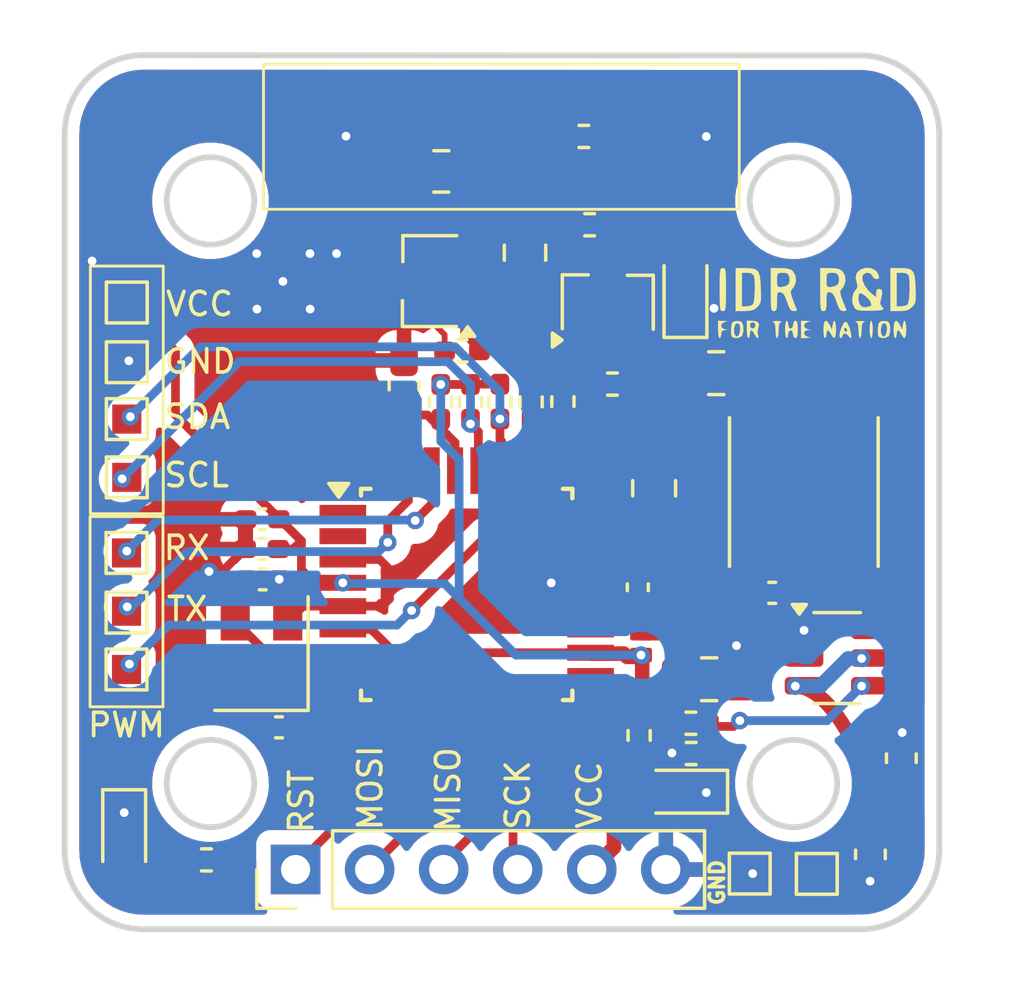
<source format=kicad_pcb>
(kicad_pcb (version 20241229) (generator "pcbnew") (generator_version "9.0")
  (layers (0 "F.Cu" signal) (2 "B.Cu" signal) (13 "F.Paste" user) (15 "B.Paste" user) (5 "F.SilkS" user "F.Silkscreen") (7 "B.SilkS" user "B.Silkscreen") (1 "F.Mask" user) (3 "B.Mask" user) (25 "Edge.Cuts" user))
  (net 0 "")
  (net 1 "GND")
  (net 2 "5V")
  (net 3 "/AREF1")
  (net 4 "/RST_1")
  (net 5 "+VDC")
  (net 6 "Net-(D1-A)")
  (net 7 "Net-(Q1-S)")
  (net 8 "ARM")
  (net 9 "MISO")
  (net 10 "MOSI")
  (net 11 "LED")
  (net 12 "FIRE")
  (net 13 "RESET")
  (net 14 "SCK")
  (net 15 "A0")
  (net 16 "Net-(U1-VBST)")
  (net 17 "Net-(U1-SW)")
  (net 18 "Net-(U2-XTAL1{slash}PB6)")
  (net 19 "Net-(U2-XTAL2{slash}PB7)")
  (net 20 "Net-(D4-A)")
  (net 21 "Net-(D5-A)")
  (net 22 "Net-(Q2-D)")
  (net 23 "Net-(Q2-G)")
  (net 24 "Net-(Q1-G)")
  (net 25 "Net-(U1-VFB)")
  (net 36 "SCL")
  (net 37 "RX")
  (net 38 "TX")
  (net 39 "SDA")
  (net 40 "VCC")
  (net 41 "Net-(J4-Pin_1)")
  (footprint "Capacitor_SMD:C_0402_1005Metric_Pad0.74x0.62mm_HandSolder" (layer "F.Cu") (at 106.76 116.95 180)
    (property "Reference" "C5" (hide yes))
    (property "Value" "1uF")
  )
  (footprint "Package_QFP:TQFP-32_7x7mm_P0.8mm" (layer "F.Cu") (at 113.79 118.51)
    (property "Reference" "U2" (hide yes))
    (property "Value" "ATmega328P-A")
  )
  (footprint "Capacitor_SMD:C_0402_1005Metric_Pad0.74x0.62mm_HandSolder" (layer "F.Cu") (at 119.66 118.2625 90)
    (property "Reference" "C6" (hide yes))
    (property "Value" "0.1uF")
  )
  (footprint "TestPoint:TestPoint_Pad_1.0x1.0mm" (layer "F.Cu") (at 125.8 128.1)
    (property "Reference" "TP3" (hide yes))
    (property "Value" "TestPoint")
  )
  (footprint "TestPoint:TestPoint_Pad_1.0x1.0mm" (layer "F.Cu") (at 123.5 128.09)
    (property "Reference" "TP4" (hide yes))
    (property "Value" "TestPoint")
  )
  (footprint "Capacitor_SMD:C_0603_1608Metric_Pad1.08x0.95mm_HandSolder" (layer "F.Cu") (at 127.64 127.43 -90)
    (property "Reference" "C3" (hide yes))
    (property "Value" "10uF")
  )
  (footprint "Capacitor_SMD:C_0603_1608Metric_Pad1.08x0.95mm_HandSolder" (layer "F.Cu") (at 111.64 111.34 90)
    (property "Reference" "C10" (hide yes))
    (property "Value" "10uF")
  )
  (footprint "Capacitor_SMD:C_0402_1005Metric_Pad0.74x0.62mm_HandSolder" (layer "F.Cu") (at 107.35 123.07 180)
    (property "Reference" "C12" (hide yes))
    (property "Value" "22pF")
  )
  (footprint "Capacitor_SMD:C_0402_1005Metric_Pad0.74x0.62mm_HandSolder" (layer "F.Cu") (at 106.7775 115.93 180)
    (property "Reference" "C7" (hide yes))
    (property "Value" "0.1uF")
  )
  (footprint "Capacitor_SMD:C_0805_2012Metric_Pad1.18x1.45mm_HandSolder" (layer "F.Cu") (at 122.35 110.915 180)
    (property "Reference" "C1" (hide yes))
    (property "Value" "22uF")
  )
  (footprint "Package_TO_SOT_SMD:SOT-23-6" (layer "F.Cu") (at 126.5 120.6925)
    (property "Reference" "U1" (hide yes))
    (property "Value" "TPS562200")
  )
  (footprint "Inductor_SMD:L_Taiyo-Yuden_NR-50xx" (layer "F.Cu") (at 125.355 114.995 90)
    (property "Reference" "L1" (hide yes))
    (property "Value" "4.7H")
  )
  (footprint "Fuse:Fuse_0805_2012Metric" (layer "F.Cu") (at 112.92 103.99 180)
    (property "Reference" "F1" (hide yes))
    (property "Value" "200ma")
  )
  (footprint "LED_SMD:LED_0603_1608Metric_Pad1.05x0.95mm_HandSolder" (layer "F.Cu") (at 102.04 126.8725 -90)
    (property "Reference" "D4" (hide yes))
    (property "Value" "LED")
  )
  (footprint "my_foots:PMOS_sot-23" (layer "F.Cu") (at 124.26 108.78 90)
    (property "Reference" "Q2" (hide yes))
    (property "Value" "PMOS" (hide yes))
  )
  (footprint "Capacitor_SMD:C_0402_1005Metric_Pad0.74x0.62mm_HandSolder" (layer "F.Cu") (at 106.7925 117.99)
    (property "Reference" "C11" (hide yes))
    (property "Value" "22pF")
  )
  (footprint "my_foots:Connector_01x04" (layer "F.Cu") (at 102.53 113.14 180)
    (property "Reference" "J1" (hide yes))
    (property "Value" "Conn_01x04" (hide yes))
  )
  (footprint "Capacitor_SMD:C_0805_2012Metric_Pad1.18x1.45mm_HandSolder" (layer "F.Cu") (at 122.11 121.42)
    (property "Reference" "C9" (hide yes))
    (property "Value" "22uF")
  )
  (footprint "Resistor_SMD:R_0402_1005Metric_Pad0.72x0.64mm_HandSolder" (layer "F.Cu") (at 119.705 123.35 -90)
    (property "Reference" "R11" (hide yes))
    (property "Value" "330R")
  )
  (footprint "Fuse:Fuse_0805_2012Metric" (layer "F.Cu") (at 115.79 106.78 -90)
    (property "Reference" "F2" (hide yes))
    (property "Value" "1amp")
  )
  (footprint "Resistor_SMD:R_0402_1005Metric_Pad0.72x0.64mm_HandSolder" (layer "F.Cu") (at 112.9 111.9 -90)
    (property "Reference" "R8" (hide yes))
    (property "Value" "10K")
  )
  (footprint "Resistor_SMD:R_0402_1005Metric_Pad0.72x0.64mm_HandSolder" (layer "F.Cu") (at 118.0075 105.82)
    (property "Reference" "R9" (hide yes))
    (property "Value" "330R")
  )
  (footprint "Resistor_SMD:R_0402_1005Metric_Pad0.72x0.64mm_HandSolder" (layer "F.Cu") (at 117.09 111.89 -90)
    (property "Reference" "R4" (hide yes))
    (property "Value" "512R")
  )
  (footprint "Resistor_SMD:R_0402_1005Metric_Pad0.72x0.64mm_HandSolder" (layer "F.Cu") (at 104.86 127.62 180)
    (property "Reference" "R10" (hide yes))
    (property "Value" "330R")
  )
  (footprint "my_foots:Detonator" (layer "F.Cu") (at 114.72 102.86)
    (property "Reference" "J4" (hide yes))
    (property "Value" "Conn_01x02")
  )
  (footprint "LED_SMD:LED_0603_1608Metric_Pad1.05x0.95mm_HandSolder" (layer "F.Cu") (at 121.08 125.28 180)
    (property "Reference" "D5" (hide yes))
    (property "Value" "LED")
  )
  (footprint "Resistor_SMD:R_0402_1005Metric_Pad0.72x0.64mm_HandSolder" (layer "F.Cu") (at 113.63 110.15)
    (property "Reference" "R2" (hide yes))
    (property "Value" "10k")
  )
  (footprint "my_foots:Connector_01x03" (layer "F.Cu") (at 104.74 122.305 180)
    (property "Reference" "J2" (hide yes))
    (property "Value" "Conn_01x03" (hide yes))
  )
  (footprint "my_foots:PMOS_sot-23" (layer "F.Cu") (at 112.825 102.125 180)
    (property "Reference" "Q1" (hide yes))
    (property "Value" "FDN304P" (hide yes))
  )
  (footprint "Resistor_SMD:R_0402_1005Metric_Pad0.72x0.64mm_HandSolder" (layer "F.Cu") (at 114.93 111.89 -90)
    (property "Reference" "R12" (hide yes))
    (property "Value" "10K")
  )
  (footprint "Resistor_SMD:R_0402_1005Metric_Pad0.72x0.64mm_HandSolder" (layer "F.Cu") (at 116 111.9 -90)
    (property "Reference" "R5" (hide yes))
    (property "Value" "512R")
  )
  (footprint "Resistor_SMD:R_0402_1005Metric_Pad0.72x0.64mm_HandSolder" (layer "F.Cu") (at 113.92 111.9 -90)
    (property "Reference" "R13" (hide yes))
    (property "Value" "10K")
  )
  (footprint "LED_SMD:LED_0603_1608Metric_Pad1.05x0.95mm_HandSolder" (layer "F.Cu") (at 121.295 108.0275 90)
    (property "Reference" "D1" (hide yes))
    (property "Value" "LED")
  )
  (footprint "Crystal:Crystal_SMD_EuroQuartz_MT-4Pin_3.2x2.5mm" (layer "F.Cu") (at 106.75 120.54 90)
    (property "Reference" "Y1" (hide yes))
    (property "Value" "16Mhz")
  )
  (footprint "Capacitor_SMD:C_0402_1005Metric_Pad0.74x0.62mm_HandSolder" (layer "F.Cu") (at 124.27 118.455)
    (property "Reference" "C4" (hide yes))
    (property "Value" "100nF")
  )
  (footprint "Resistor_SMD:R_0402_1005Metric_Pad0.72x0.64mm_HandSolder" (layer "F.Cu") (at 118.79 111.29)
    (property "Reference" "R3" (hide yes))
    (property "Value" "10k")
  )
  (footprint "Connector_PinHeader_2.54mm:PinHeader_1x06_P2.54mm_Vertical" (layer "F.Cu") (at 107.92 127.95 90)
    (property "Reference" "J3" (hide yes))
    (property "Value" "Conn_01x06")
  )
  (footprint "Resistor_SMD:R_0402_1005Metric_Pad0.72x0.64mm_HandSolder" (layer "F.Cu") (at 117.81 102.79 180)
    (property "Reference" "R1" (hide yes))
    (property "Value" "10R")
  )
  (footprint "Capacitor_SMD:C_0603_1608Metric_Pad1.08x0.95mm_HandSolder" (layer "F.Cu") (at 128.7 124.13 90)
    (property "Reference" "C2" (hide yes))
    (property "Value" "10uF")
  )
  (footprint "Resistor_SMD:R_0402_1005Metric_Pad0.72x0.64mm_HandSolder" (layer "F.Cu") (at 121.48 122.93)
    (property "Reference" "R6" (hide yes))
    (property "Value" "56.2K")
  )
  (footprint "my_foots:jumper_small" (layer "F.Cu") (at 119.395 119.84 90)
    (property "Reference" "JP1" (hide yes))
    (property "Value" "SolderJumper_2_Open")
  )
  (footprint "symbols:IDR" (layer "F.Cu") (at 125.805682 108.456419)
    (property "Reference" "G***")
    (property "Value" "LOGO" (hide yes))
  )
  (footprint "Resistor_SMD:R_0402_1005Metric_Pad0.72x0.64mm_HandSolder" (layer "F.Cu") (at 121.49 123.97 180)
    (property "Reference" "R7" (hide yes))
    (property "Value" "10K")
  )
  (footprint "Capacitor_SMD:C_0805_2012Metric_Pad1.18x1.45mm_HandSolder" (layer "F.Cu") (at 120.22 114.865 -90)
    (property "Reference" "C8" (hide yes))
    (property "Value" "22uF")
  )
  (gr_curve (pts (xy 125.045 121.65) (xy 126.845 121.75) (xy 128.025 126.09) (xy 127.89 126.01)) (stroke (width 0.5)) (layer "F.Cu") (net 5))
  (gr_circle (center 105 125) (end 106.5 125) (stroke (width 0.2)) (fill no) (layer "Edge.Cuts"))
  (gr_circle (center 125 105) (end 126.5 105) (stroke (width 0.2)) (fill no) (layer "Edge.Cuts"))
  (gr_line (start 102.7 100) (end 127.269926 100.01) (stroke (width 0.2)) (layer "Edge.Cuts"))
  (gr_line (start 130 102.71) (end 130 127.279926) (stroke (width 0.2)) (layer "Edge.Cuts"))
  (gr_arc (start 127.269926 100.01) (mid 129.198536 100.790149) (end 130 102.71) (stroke (width 0.2)) (layer "Edge.Cuts"))
  (gr_arc (start 102.72 129.999999) (mid 100.79788 129.216283) (end 100 127.299999) (stroke (width 0.2)) (layer "Edge.Cuts"))
  (gr_circle (center 105 105) (end 106.5 105) (stroke (width 0.2)) (fill no) (layer "Edge.Cuts"))
  (gr_line (start 100 102.73) (end 100 127.29) (stroke (width 0.2)) (layer "Edge.Cuts"))
  (gr_line (start 102.72 130) (end 127.29 130) (stroke (width 0.2)) (layer "Edge.Cuts"))
  (gr_arc (start 100 102.720074) (mid 100.783701 100.797917) (end 102.7 100) (stroke (width 0.2)) (layer "Edge.Cuts"))
  (gr_circle (center 125 125) (end 126.5 125) (stroke (width 0.2)) (fill no) (layer "Edge.Cuts"))
  (gr_arc (start 130 127.279926) (mid 129.211299 129.204164) (end 127.29 130) (stroke (width 0.2)) (layer "Edge.Cuts"))
  (gr_text "VCC\n" (at 118.47 126.62 90) (layer "F.SilkS") (effects (font (size 0.8 0.8) (thickness 0.125) (bold yes)) (justify left bottom)))
  (gr_text "SCK\n" (at 116.01 126.66 90) (layer "F.SilkS") (effects (font (size 0.8 0.8) (thickness 0.125) (bold yes)) (justify left bottom)))
  (gr_text "MOSI\n" (at 110.95 126.68 90) (layer "F.SilkS") (effects (font (size 0.8 0.8) (thickness 0.125) (bold yes)) (justify left bottom)))
  (gr_text "SCL\n" (at 103.34 114.88 0) (layer "F.SilkS") (effects (font (size 0.8 0.8) (thickness 0.125) (bold yes)) (justify left bottom)))
  (gr_text "TX\n" (at 103.43 119.48 0) (layer "F.SilkS") (effects (font (size 0.8 0.8) (thickness 0.125) (bold yes)) (justify left bottom)))
  (gr_text "PWM\n" (at 100.72 123.46 0) (layer "F.SilkS") (effects (font (size 0.8 0.8) (thickness 0.125) (bold yes)) (justify left bottom)))
  (gr_text "MISO\n" (at 113.62 126.74 90) (layer "F.SilkS") (effects (font (size 0.8 0.8) (thickness 0.125) (bold yes)) (justify left bottom)))
  (gr_text "VCC\n" (at 103.4 109.01 0) (layer "F.SilkS") (effects (font (size 0.8 0.8) (thickness 0.125) (bold yes)) (justify left bottom)))
  (gr_text "GND\n" (at 103.34 110.98 0) (layer "F.SilkS") (effects (font (size 0.8 0.8) (thickness 0.125) (bold yes)) (justify left bottom)))
  (gr_text "RST\n" (at 108.58 126.78 90) (layer "F.SilkS") (effects (font (size 0.8 0.8) (thickness 0.125) (bold yes)) (justify left bottom)))
  (gr_text "GND\n" (at 122.67 129.24 90) (layer "F.SilkS") (effects (font (size 0.5 0.5) (thickness 0.125) (bold yes)) (justify left bottom)))
  (gr_text "RX\n" (at 103.32 117.38 0) (layer "F.SilkS") (effects (font (size 0.8 0.8) (thickness 0.125) (bold yes)) (justify left bottom)))
  (gr_text "SDA" (at 103.34 112.88 0) (layer "F.SilkS") (effects (font (size 0.8 0.8) (thickness 0.125) (bold yes)) (justify left bottom)))
  (segment (start 102.13 110.49) (end 102.2 110.49) (width 0.3) (layer "F.Cu") (net 1))
  (segment (start 100.94 109.66) (end 100.94 107.065) (width 0.2) (layer "F.Cu") (net 1))
  (segment (start 105.4225 117.72) (end 105.5065 117.636) (width 0.3) (layer "F.Cu") (net 1))
  (segment (start 101.77 110.49) (end 100.94 109.66) (width 0.2) (layer "F.Cu") (net 1))
  (segment (start 107.65 119.44) (end 107.65 118.28) (width 0.3) (layer "F.Cu") (net 1))
  (segment (start 105.798612 117.329) (end 105.8135 117.329) (width 0.3) (layer "F.Cu") (net 1))
  (segment (start 108.18 118.91) (end 109.54 118.91) (width 0.3) (layer "F.Cu") (net 1))
  (segment (start 110.8 117.31) (end 111.14 117.65) (width 0.3) (layer "F.Cu") (net 1))
  (segment (start 127.64 128.34) (end 127.63 128.35) (width 1) (layer "F.Cu") (net 1))
  (segment (start 109.54 117.31) (end 110.8 117.31) (width 0.3) (layer "F.Cu") (net 1))
  (segment (start 102.2 110.49) (end 101.77 110.49) (width 0.2) (layer "F.Cu") (net 1))
  (segment (start 121.67 104.3) (end 121.57 104.4) (width 0.3) (layer "F.Cu") (net 1))
  (segment (start 111.14 117.65) (end 111.14 118.66) (width 0.3) (layer "F.Cu") (net 1))
  (segment (start 122.26 102.81) (end 122.39 102.68) (width 0.3) (layer "F.Cu") (net 1))
  (segment (start 119.08 118.11) (end 119.495 117.695) (width 0.5) (layer "F.Cu") (net 1))
  (segment (start 120.22 115.9025) (end 120.22 117.135) (width 0.5) (layer "F.Cu") (net 1))
  (segment (start 109.54 118.91) (end 110.89 118.91) (width 0.3) (layer "F.Cu") (net 1))
  (segment (start 105.85 122.37) (end 105.85 121.64) (width 0.5) (layer "F.Cu") (net 1))
  (segment (start 121.98 125.28) (end 122.01 125.31) (width 0.3) (layer "F.Cu") (net 1))
  (segment (start 105.5065 117.636) (end 105.5065 117.621112) (width 0.3) (layer "F.Cu") (net 1))
  (segment (start 111.9675 110.15) (end 111.64 110.4775) (width 0.2) (layer "F.Cu") (net 1))
  (segment (start 113.0325 110.15) (end 113.0325 109.5925) (width 0.2) (layer "F.Cu") (net 1))
  (segment (start 104.95 117.72) (end 105.4225 117.72) (width 0.3) (layer "F.Cu") (net 1))
  (segment (start 121.57 104.4) (end 118.38 104.4) (width 0.3) (layer "F.Cu") (net 1))
  (segment (start 106.55 123.07) (end 105.85 122.37) (width 0.5) (layer "F.Cu") (net 1))
  (segment (start 106.7825 123.07) (end 106.55 123.07) (width 0.5) (layer "F.Cu") (net 1))
  (segment (start 121.86 102.81) (end 122.26 102.81) (width 0.3) (layer "F.Cu") (net 1))
  (segment (start 121.67 102.78) (end 121.67 104.3) (width 0.3) (layer "F.Cu") (net 1))
  (segment (start 116.69 118.11) (end 118.04 118.11) (width 0.3) (layer "F.Cu") (net 1))
  (segment (start 119.495 117.695) (end 119.66 117.695) (width 0.5) (layer "F.Cu") (net 1))
  (segment (start 121.83 102.78) (end 121.86 102.81) (width 0.3) (layer "F.Cu") (net 1))
  (segment (start 123.1475 120.3675) (end 123.045 120.265) (width 0.5) (layer "F.Cu") (net 1))
  (segment (start 118.38 104.4) (end 118.29 104.31) (width 0.3) (layer "F.Cu") (net 1))
  (segment (start 105.8135 117.329) (end 106.1925 116.95) (width 0.3) (layer "F.Cu") (net 1))
  (segment (start 123.64 128.05) (end 123.87 128.05) (width 0.5) (layer "F.Cu") (net 1))
  (segment (start 120.22 117.135) (end 119.66 117.695) (width 0.5) (layer "F.Cu") (net 1))
  (segment (start 123.6 128.09) (end 123.64 128.05) (width 0.5) (layer "F.Cu") (net 1))
  (segment (start 123.1475 121.42) (end 123.1475 120.3675) (width 0.5) (layer "F.Cu") (net 1))
  (segment (start 127.64 128.2925) (end 127.64 128.34) (width 1) (layer "F.Cu") (net 1))
  (segment (start 111.14 118.66) (end 110.89 118.91) (width 0.3) (layer "F.Cu") (net 1))
  (segment (start 121.295 108.9025) (end 122.0625 108.9025) (width 0.5) (layer "F.Cu") (net 1))
  (segment (start 123.1475 121.42) (end 123.11 121.42) (width 0.5) (layer "F.Cu") (net 1))
  (segment (start 128.7125 123.2675) (end 128.73 123.25) (width 0.3) (layer "F.Cu") (net 1))
  (segment (start 105.5065 117.621112) (end 105.798612 117.329) (width 0.3) (layer "F.Cu") (net 1))
  (segment (start 113.0325 109.5925) (end 111.24 107.8) (width 0.2) (layer "F.Cu") (net 1))
  (segment (start 107.65 119.44) (end 108.18 118.91) (width 0.3) (layer "F.Cu") (net 1))
  (segment (start 107.65 118.28) (end 107.36 117.99) (width 0.3) (layer "F.Cu") (net 1))
  (segment (start 122.0625 108.9025) (end 122.275 108.69) (width 0.5) (layer "F.Cu") (net 1))
  (segment (start 118.29 104.31) (end 118.29 103.88) (width 0.3) (layer "F.Cu") (net 1))
  (segment (start 121.955 125.28) (end 121.98 125.28) (width 0.3) (layer "F.Cu") (net 1))
  (segment (start 121.76 101.29) (end 121.67 101.38) (width 0.3) (layer "F.Cu") (net 1))
  (segment (start 109.65 102.78) (end 109.7 102.73) (width 0.3) (layer "F.Cu") (net 1))
  (segment (start 121.67 102.78) (end 121.83 102.78) (width 0.3) (layer "F.Cu") (net 1))
  (segment (start 118.04 118.11) (end 119.08 118.11) (width 0.5) (layer "F.Cu") (net 1))
  (segment (start 123.11 121.42) (end 122.97 121.28) (width 0.5) (layer "F.Cu") (net 1))
  (segment (start 128.7 123.2675) (end 128.7125 123.2675) (width 0.3) (layer "F.Cu") (net 1))
  (segment (start 121.67 101.38) (end 121.67 102.78) (width 0.3) (layer "F.Cu") (net 1))
  (segment (start 109.7 102.73) (end 109.81 102.73) (width 0.3) (layer "F.Cu") (net 1))
  (via (at 116.69 118.11) (size 0.6) (drill 0.3) (layers "F.Cu" "B.Cu") (net 1))
  (via (at 106.5875 106.81) (size 0.6) (drill 0.3) (layers "F.Cu" "B.Cu") (net 1))
  (via (at 107.36 117.99) (size 0.6) (drill 0.3) (layers "F.Cu" "B.Cu") (net 1))
  (via (at 122.01 125.31) (size 0.6) (drill 0.3) (layers "F.Cu" "B.Cu") (net 1))
  (via (at 120.83 123.95) (size 0.6) (drill 0.3) (layers "F.Cu" "B.Cu") (net 1))
  (via (at 104.95 117.72) (size 0.6) (drill 0.3) (layers "F.Cu" "B.Cu") (net 1))
  (via (at 123.045 120.265) (size 0.6) (drill 0.3) (layers "F.Cu" "B.Cu") (net 1))
  (via (at 108.4125 106.81) (size 0.6) (drill 0.3) (layers "F.Cu" "B.Cu") (net 1))
  (via (at 100.94 107.065) (size 0.6) (drill 0.3) (layers "F.Cu" "B.Cu") (net 1))
  (via (at 109.325 106.81) (size 0.6) (drill 0.3) (layers "F.Cu" "B.Cu") (net 1))
  (via (at 123.6 128.09) (size 0.6) (drill 0.3) (layers "F.Cu" "B.Cu") (net 1))
  (via (at 102.2 110.49) (size 0.6) (drill 0.3) (layers "F.Cu" "B.Cu") (net 1))
  (via (at 125.3625 119.7425) (size 0.6) (drill 0.3) (layers "F.Cu" "B.Cu") (net 1))
  (via (at 108.42 108.715) (size 0.6) (drill 0.3) (layers "F.Cu" "B.Cu") (net 1))
  (via (at 122.275 108.69) (size 0.6) (drill 0.3) (layers "F.Cu" "B.Cu") (net 1))
  (via (at 122.01 102.79) (size 0.6) (drill 0.3) (layers "F.Cu" "B.Cu") (net 1))
  (via (at 107.485 107.765) (size 0.6) (drill 0.3) (layers "F.Cu" "B.Cu") (net 1))
  (via (at 109.65 102.78) (size 0.6) (drill 0.3) (layers "F.Cu" "B.Cu") (net 1))
  (via (at 128.73 123.25) (size 0.6) (drill 0.3) (layers "F.Cu" "B.Cu") (net 1))
  (via (at 106.595 108.715) (size 0.6) (drill 0.3) (layers "F.Cu" "B.Cu") (net 1))
  (via (at 127.63 128.35) (size 0.6) (drill 0.3) (layers "F.Cu" "B.Cu") (net 1))
  (via (at 102.04 125.9975) (size 0.6) (drill 0.3) (layers "F.Cu" "B.Cu") (net 1))
  (segment (start 121.03 121.21) (end 121.03 120.8) (width 0.5) (layer "F.Cu") (net 2))
  (segment (start 121.6225 113.045) (end 125.24 113.045) (width 1) (layer "F.Cu") (net 2))
  (segment (start 120.1075 110.915) (end 119.7325 111.29) (width 1) (layer "F.Cu") (net 2))
  (segment (start 121.3125 112.735) (end 120.22 113.8275) (width 1) (layer "F.Cu") (net 2))
  (segment (start 121.3125 110.915) (end 121.3125 112.735) (width 1) (layer "F.Cu") (net 2))
  (segment (start 121.17 120.03) (end 121.17 120.66) (width 0.5) (layer "F.Cu") (net 2))
  (segment (start 121.3125 112.735) (end 121.6225 113.045) (width 1) (layer "F.Cu") (net 2))
  (segment (start 121.3125 110.915) (end 120.1075 110.915) (width 1) (layer "F.Cu") (net 2))
  (segment (start 121.17 120.66) (end 121.17 119.65) (width 1) (layer "F.Cu") (net 2))
  (segment (start 120.98 119.84) (end 119.77 119.84) (width 0.5) (layer "F.Cu") (net 2))
  (segment (start 119.7325 111.29) (end 119.3875 111.29) (width 1) (layer "F.Cu") (net 2))
  (segment (start 121.03 120.8) (end 121.17 120.66) (width 0.5) (layer "F.Cu") (net 2))
  (segment (start 119.56 111.1175) (end 119.3875 111.29) (width 1) (layer "F.Cu") (net 2))
  (segment (start 121.87 118.95) (end 121.87 113.2925) (width 1) (layer "F.Cu") (net 2))
  (segment (start 121.17 120.66) (end 120.8825 120.9475) (width 0.5) (layer "F.Cu") (net 2))
  (segment (start 121.17 119.65) (end 120.98 119.84) (width 0.5) (layer "F.Cu") (net 2))
  (segment (start 121.87 113.2925) (end 121.6225 113.045) (width 1) (layer "F.Cu") (net 2))
  (segment (start 119.56 109.81) (end 119.56 111.1175) (width 1) (layer "F.Cu") (net 2))
  (segment (start 121.17 119.65) (end 121.87 118.95) (width 1) (layer "F.Cu") (net 2))
  (segment (start 120.8825 120.9475) (end 120.8825 122.93) (width 0.5) (layer "F.Cu") (net 2))
  (segment (start 119.66 118.83) (end 119.58 118.91) (width 0.5) (layer "F.Cu") (net 3))
  (segment (start 119.58 118.91) (end 118.04 118.91) (width 0.5) (layer "F.Cu") (net 3))
  (segment (start 112.4425 112.3525) (end 111.99 112.3525) (width 0.3) (layer "F.Cu") (net 4))
  (segment (start 113.39 114.26) (end 113.39 113.3) (width 0.3) (layer "F.Cu") (net 4))
  (segment (start 113.39 113.3) (end 112.4425 112.3525) (width 0.3) (layer "F.Cu") (net 4))
  (segment (start 127.125 126.5675) (end 128.7 124.9925) (width 1) (layer "F.Cu") (net 5))
  (segment (start 125.75 128.1) (end 125.75 127.94) (width 1) (layer "F.Cu") (net 5))
  (segment (start 128.7 124.9925) (end 128.7 125.1025) (width 0.5) (layer "F.Cu") (net 5))
  (segment (start 125.0625 121.6575) (end 125.1775 121.6575) (width 0.5) (layer "F.Cu") (net 5))
  (segment (start 127.1225 126.5675) (end 127.64 126.5675) (width 1) (layer "F.Cu") (net 5))
  (segment (start 128.7 125.1025) (end 128.58 125.2225) (width 0.5) (layer "F.Cu") (net 5))
  (segment (start 128.52 125.1725) (end 128.7 124.9925) (width 0.5) (layer "F.Cu") (net 5))
  (segment (start 127.64 126.5675) (end 127.125 126.5675) (width 1) (layer "F.Cu") (net 5))
  (segment (start 125.75 127.94) (end 127.1225 126.5675) (width 1) (layer "F.Cu") (net 5))
  (segment (start 128.7 124.9925) (end 128.54 124.8325) (width 1) (layer "F.Cu") (net 5))
  (segment (start 128.366115 125.1725) (end 128.52 125.1725) (width 0.5) (layer "F.Cu") (net 5))
  (via (at 127.3375 120.7075) (size 0.6) (drill 0.3) (layers "F.Cu" "B.Cu") (net 5))
  (via (at 125.0625 121.6575) (size 0.6) (drill 0.3) (layers "F.Cu" "B.Cu") (net 5))
  (segment (start 125.9225 121.6575) (end 126.8725 120.7075) (width 0.5) (layer "B.Cu") (net 5))
  (segment (start 125.0625 121.6575) (end 125.9225 121.6575) (width 0.5) (layer "B.Cu") (net 5))
  (segment (start 126.8725 120.7075) (end 127.3375 120.7075) (width 0.5) (layer "B.Cu") (net 5))
  (segment (start 118.605 105.82) (end 118.615 105.81) (width 0.5) (layer "F.Cu") (net 6))
  (segment (start 118.615 105.81) (end 120.23 105.81) (width 0.5) (layer "F.Cu") (net 6))
  (segment (start 120.23 105.81) (end 121.19 106.77) (width 0.5) (layer "F.Cu") (net 6))
  (segment (start 121.19 106.77) (end 121.19 107.1125) (width 0.5) (layer "F.Cu") (net 6))
  (segment (start 113.84 106.789999) (end 113.84 104.0075) (width 1) (layer "F.Cu") (net 7))
  (segment (start 113.900001 106.809999) (end 113.86 106.809999) (width 1) (layer "F.Cu") (net 7))
  (segment (start 114.9275 102.86) (end 116.81 102.86) (width 1) (layer "F.Cu") (net 7))
  (segment (start 113.84 104.0075) (end 113.8575 103.99) (width 1) (layer "F.Cu") (net 7))
  (segment (start 115.79 105.8425) (end 114.8675 105.8425) (width 1) (layer "F.Cu") (net 7))
  (segment (start 113.86 106.809999) (end 113.84 106.789999) (width 1) (layer "F.Cu") (net 7))
  (segment (start 113.8575 103.99) (end 113.8575 103.93) (width 1) (layer "F.Cu") (net 7))
  (segment (start 117.41 105.82) (end 115.8125 105.82) (width 0.5) (layer "F.Cu") (net 7))
  (segment (start 113.8575 103.93) (end 114.9275 102.86) (width 1) (layer "F.Cu") (net 7))
  (segment (start 114.8675 105.8425) (end 113.900001 106.809999) (width 1) (layer "F.Cu") (net 7))
  (segment (start 113.9175 103.93) (end 113.8575 103.99) (width 0.5) (layer "F.Cu") (net 7))
  (segment (start 115.8125 105.82) (end 115.79 105.8425) (width 0.5) (layer "F.Cu") (net 7))
  (segment (start 115.79 113.205) (end 115.79 114.26) (width 0.3) (layer "F.Cu") (net 8))
  (segment (start 115.955 112.5425) (end 115.955 113.04) (width 0.3) (layer "F.Cu") (net 8))
  (segment (start 115.955 113.04) (end 115.79 113.205) (width 0.3) (layer "F.Cu") (net 8))
  (segment (start 116 112.4975) (end 115.955 112.5425) (width 0.3) (layer "F.Cu") (net 8))
  (segment (start 116.59 122.76) (end 116.59 124.14) (width 0.3) (layer "F.Cu") (net 9))
  (segment (start 116.59 122.76) (end 116.59 123.61) (width 0.3) (layer "F.Cu") (net 9))
  (segment (start 116.59 124.14) (end 113.27 127.46) (width 0.3) (layer "F.Cu") (net 9))
  (segment (start 113.27 127.46) (end 113.27 128.03) (width 0.3) (layer "F.Cu") (net 9))
  (segment (start 110.73 127.65) (end 110.73 128.03) (width 0.3) (layer "F.Cu") (net 10))
  (segment (start 115.79 124.22) (end 115.04 124.97) (width 0.3) (layer "F.Cu") (net 10))
  (segment (start 113.41 124.97) (end 110.73 127.65) (width 0.3) (layer "F.Cu") (net 10))
  (segment (start 115.04 124.97) (end 113.41 124.97) (width 0.3) (layer "F.Cu") (net 10))
  (segment (start 115.79 122.76) (end 115.79 124.22) (width 0.3) (layer "F.Cu") (net 10))
  (segment (start 108.01 125.74) (end 110.99 122.76) (width 0.3) (layer "F.Cu") (net 11))
  (segment (start 106.589025 126.462806) (end 107.311831 125.74) (width 0.3) (layer "F.Cu") (net 11))
  (segment (start 107.311831 125.74) (end 108.01 125.74) (width 0.3) (layer "F.Cu") (net 11))
  (segment (start 106.273269 126.739231) (end 106.326588 126.704396) (width 0.3) (layer "F.Cu") (net 11))
  (segment (start 105.55 127.4625) (end 106.273269 126.739231) (width 0.3) (layer "F.Cu") (net 11))
  (segment (start 106.326588 126.704396) (end 106.589025 126.462806) (width 0.3) (layer "F.Cu") (net 11))
  (segment (start 117.09 113.16) (end 117.09 112.4875) (width 0.3) (layer "F.Cu") (net 12))
  (segment (start 116.59 113.66) (end 117.09 113.16) (width 0.3) (layer "F.Cu") (net 12))
  (segment (start 116.59 114.26) (end 116.59 113.66) (width 0.3) (layer "F.Cu") (net 12))
  (segment (start 114.99 123.76) (end 114.28 124.47) (width 0.3) (layer "F.Cu") (net 13))
  (segment (start 108.19 127.57) (end 108.19 128.03) (width 0.3) (layer "F.Cu") (net 13))
  (segment (start 109.4 126.36) (end 108.19 127.57) (width 0.3) (layer "F.Cu") (net 13))
  (segment (start 113.16 124.47) (end 111.27 126.36) (width 0.3) (layer "F.Cu") (net 13))
  (segment (start 114.99 122.76) (end 114.99 123.76) (width 0.3) (layer "F.Cu") (net 13))
  (segment (start 111.27 126.36) (end 109.4 126.36) (width 0.3) (layer "F.Cu") (net 13))
  (segment (start 114.28 124.47) (end 113.16 124.47) (width 0.3) (layer "F.Cu") (net 13))
  (segment (start 117.48 124.25) (end 115.38 126.35) (width 0.3) (layer "F.Cu") (net 14))
  (segment (start 117.48 121.87) (end 117.48 124.25) (width 0.3) (layer "F.Cu") (net 14))
  (segment (start 118.04 121.31) (end 117.48 121.87) (width 0.3) (layer "F.Cu") (net 14))
  (segment (start 115.38 126.35) (end 115.38 127.6) (width 0.3) (layer "F.Cu") (net 14))
  (segment (start 115.38 127.6) (end 115.81 128.03) (width 0.3) (layer "F.Cu") (net 14))
  (segment (start 111.9 119.06) (end 114.45 116.51) (width 0.3) (layer "F.Cu") (net 15))
  (segment (start 114.45 116.51) (end 118.04 116.51) (width 0.3) (layer "F.Cu") (net 15))
  (via (at 111.9 119.06) (size 0.6) (drill 0.3) (layers "F.Cu" "B.Cu") (net 15))
  (via (at 102.22 120.9) (size 0.6) (drill 0.3) (layers "F.Cu" "B.Cu") (net 15))
  (segment (start 103.56 119.56) (end 102.22 120.9) (width 0.3) (layer "B.Cu") (net 15))
  (segment (start 111.4 119.56) (end 103.56 119.56) (width 0.3) (layer "B.Cu") (net 15))
  (segment (start 111.9 119.06) (end 111.4 119.56) (width 0.3) (layer "B.Cu") (net 15))
  (segment (start 126.035 118.455) (end 124.8375 118.455) (width 0.5) (layer "F.Cu") (net 16))
  (segment (start 127.3375 119.7575) (end 126.035 118.455) (width 0.5) (layer "F.Cu") (net 16))
  (segment (start 125.0625 120.7075) (end 124.5325 120.7075) (width 0.5) (layer "F.Cu") (net 17))
  (segment (start 123.7025 118.455) (end 123.7025 117.6325) (width 0.5) (layer "F.Cu") (net 17))
  (segment (start 124.69 116.645) (end 125.24 116.645) (width 0.5) (layer "F.Cu") (net 17))
  (segment (start 124.5325 120.7075) (end 123.7025 119.8775) (width 0.5) (layer "F.Cu") (net 17))
  (segment (start 123.7025 119.8775) (end 123.7025 118.455) (width 0.5) (layer "F.Cu") (net 17))
  (segment (start 123.7025 117.6325) (end 124.69 116.645) (width 0.5) (layer "F.Cu") (net 17))
  (segment (start 124.975 120.62) (end 125.0625 120.7075) (width 0.5) (layer "F.Cu") (net 17))
  (segment (start 105.85 119.44) (end 106.93 120.52) (width 0.3) (layer "F.Cu") (net 18))
  (segment (start 106.93 120.52) (end 109.53 120.52) (width 0.3) (layer "F.Cu") (net 18))
  (segment (start 105.85 118.365) (end 106.225 117.99) (width 0.3) (layer "F.Cu") (net 18))
  (segment (start 109.53 120.52) (end 109.54 120.51) (width 0.3) (layer "F.Cu") (net 18))
  (segment (start 105.85 119.44) (end 105.85 118.365) (width 0.3) (layer "F.Cu") (net 18))
  (segment (start 107.98 121.31) (end 107.65 121.64) (width 0.3) (layer "F.Cu") (net 19))
  (segment (start 107.65 122.8025) (end 107.65 121.64) (width 0.3) (layer "F.Cu") (net 19))
  (segment (start 109.54 121.31) (end 107.98 121.31) (width 0.3) (layer "F.Cu") (net 19))
  (segment (start 107.9175 123.07) (end 107.65 122.8025) (width 0.3) (layer "F.Cu") (net 19))
  (segment (start 104.165 127.7175) (end 102.03 127.7175) (width 0.2) (layer "F.Cu") (net 20))
  (segment (start 104.2625 127.62) (end 104.165 127.7175) (width 0.2) (layer "F.Cu") (net 20))
  (segment (start 119.81 124.885) (end 120.205 125.28) (width 0.5) (layer "F.Cu") (net 21))
  (segment (start 119.81 123.9275) (end 119.81 124.885) (width 0.5) (layer "F.Cu") (net 21))
  (segment (start 118.0825 107.7175) (end 118.61 107.19) (width 1) (layer "F.Cu") (net 22))
  (segment (start 115.79 107.7175) (end 118.0825 107.7175) (width 1) (layer "F.Cu") (net 22))
  (segment (start 117.66 110.7225) (end 117.09 111.2925) (width 0.3) (layer "F.Cu") (net 23))
  (segment (start 118.1925 111.29) (end 117.0925 111.29) (width 0.3) (layer "F.Cu") (net 23))
  (segment (start 117.66 109.81) (end 117.66 110.7225) (width 0.3) (layer "F.Cu") (net 23))
  (segment (start 117.0925 111.29) (end 117.09 111.2925) (width 0.3) (layer "F.Cu") (net 23))
  (segment (start 113.86 108.75) (end 113.72 108.89) (width 0.3) (layer "F.Cu") (net 24))
  (segment (start 113.72 108.89) (end 113.72 109.56) (width 0.3) (layer "F.Cu") (net 24))
  (segment (start 113.86 108.9275) (end 113.86 108.75) (width 0.3) (layer "F.Cu") (net 24))
  (segment (start 113.72 109.56) (end 114.23 110.07) (width 0.3) (layer "F.Cu") (net 24))
  (segment (start 113.7475 109.04) (end 113.86 108.9275) (width 0.3) (layer "F.Cu") (net 24))
  (segment (start 116 110.67) (end 116 111.3025) (width 0.3) (layer "F.Cu") (net 24))
  (segment (start 114.23 110.07) (end 115.4 110.07) (width 0.3) (layer "F.Cu") (net 24))
  (segment (start 115.4 110.07) (end 116 110.67) (width 0.3) (layer "F.Cu") (net 24))
  (segment (start 122.1475 123.09) (end 122.1475 124.12) (width 0.3) (layer "F.Cu") (net 25))
  (segment (start 123.159815 122.840185) (end 123.139815 122.840185) (width 0.3) (layer "F.Cu") (net 25))
  (segment (start 123.139815 122.840185) (end 122.94 123.04) (width 0.3) (layer "F.Cu") (net 25))
  (segment (start 122.0975 123.04) (end 122.1475 123.09) (width 0.3) (layer "F.Cu") (net 25))
  (segment (start 122.94 123.04) (end 122.0975 123.04) (width 0.3) (layer "F.Cu") (net 25))
  (via (at 127.3375 121.6575) (size 0.6) (drill 0.3) (layers "F.Cu" "B.Cu") (net 25))
  (via (at 123.159815 122.840185) (size 0.6) (drill 0.3) (layers "F.Cu" "B.Cu") (net 25))
  (segment (start 126.154815 122.840185) (end 127.3375 121.6575) (width 0.3) (layer "B.Cu") (net 25))
  (segment (start 123.159815 122.840185) (end 126.154815 122.840185) (width 0.3) (layer "B.Cu") (net 25))
  (segment (start 114.19 114.26) (end 114.19 112.9275) (width 0.3) (layer "F.Cu") (net 36))
  (segment (start 114.19 112.9275) (end 113.92 112.6575) (width 0.3) (layer "F.Cu") (net 36))
  (via (at 113.92 112.6575) (size 0.6) (drill 0.3) (layers "F.Cu" "B.Cu") (net 36))
  (via (at 101.97 114.54) (size 0.6) (drill 0.3) (layers "F.Cu" "B.Cu") (net 36))
  (segment (start 113.14 110.52) (end 105.99 110.52) (width 0.3) (layer "B.Cu") (net 36))
  (segment (start 113.92 112.6575) (end 113.92 111.3) (width 0.3) (layer "B.Cu") (net 36))
  (segment (start 105.99 110.52) (end 101.97 114.54) (width 0.3) (layer "B.Cu") (net 36))
  (segment (start 113.92 111.3) (end 113.14 110.52) (width 0.3) (layer "B.Cu") (net 36))
  (segment (start 112.02212 115.97212) (end 112.59 115.40424) (width 0.3) (layer "F.Cu") (net 37))
  (segment (start 112.59 115.40424) (end 112.59 114.26) (width 0.3) (layer "F.Cu") (net 37))
  (via (at 112.02212 115.97212) (size 0.6) (drill 0.3) (layers "F.Cu" "B.Cu") (net 37))
  (via (at 102.13 117.02) (size 0.6) (drill 0.3) (layers "F.Cu" "B.Cu") (net 37))
  (segment (start 112.02212 115.97212) (end 112.005 115.955) (width 0.3) (layer "B.Cu") (net 37))
  (segment (start 103.195 115.955) (end 102.13 117.02) (width 0.3) (layer "B.Cu") (net 37))
  (segment (start 112.005 115.955) (end 103.195 115.955) (width 0.3) (layer "B.Cu") (net 37))
  (segment (start 111.081981 116.724348) (end 111.081981 115.993019) (width 0.3) (layer "F.Cu") (net 38))
  (segment (start 111.081981 115.993019) (end 111.79 115.285) (width 0.3) (layer "F.Cu") (net 38))
  (segment (start 111.79 115.285) (end 111.79 114.26) (width 0.3) (layer "F.Cu") (net 38))
  (via (at 111.081981 116.724348) (size 0.6) (drill 0.3) (layers "F.Cu" "B.Cu") (net 38))
  (via (at 102.145 118.935) (size 0.6) (drill 0.3) (layers "F.Cu" "B.Cu") (net 38))
  (segment (start 102.305 118.935) (end 102.145 118.935) (width 0.3) (layer "B.Cu") (net 38))
  (segment (start 111.081981 116.724348) (end 110.766329 117.04) (width 0.3) (layer "B.Cu") (net 38))
  (segment (start 104.2 117.04) (end 102.305 118.935) (width 0.3) (layer "B.Cu") (net 38))
  (segment (start 110.766329 117.04) (end 104.2 117.04) (width 0.3) (layer "B.Cu") (net 38))
  (segment (start 114.99 113.26) (end 114.99 114.26) (width 0.3) (layer "F.Cu") (net 39))
  (segment (start 114.93 112.4875) (end 114.93 113.2) (width 0.3) (layer "F.Cu") (net 39))
  (segment (start 114.93 113.2) (end 114.99 113.26) (width 0.3) (layer "F.Cu") (net 39))
  (segment (start 115.09 112.6475) (end 114.93 112.4875) (width 0.3) (layer "F.Cu") (net 39))
  (via (at 114.93 112.4875) (size 0.6) (drill 0.3) (layers "F.Cu" "B.Cu") (net 39))
  (via (at 102.25 112.41) (size 0.6) (drill 0.3) (layers "F.Cu" "B.Cu") (net 39))
  (segment (start 114.93 111.55) (end 113.39 110.01) (width 0.3) (layer "B.Cu") (net 39))
  (segment (start 113.39 110.01) (end 104.65 110.01) (width 0.3) (layer "B.Cu") (net 39))
  (segment (start 114.93 112.4875) (end 114.93 111.55) (width 0.3) (layer "B.Cu") (net 39))
  (segment (start 104.65 110.01) (end 102.25 112.41) (width 0.3) (layer "B.Cu") (net 39))
  (segment (start 102.13 108.49) (end 103.8 110.16) (width 0.3) (layer "F.Cu") (net 40))
  (segment (start 109.54 119.71) (end 110.515 119.71) (width 0.3) (layer "F.Cu") (net 40))
  (segment (start 119.77 120.59) (end 119.71 120.65) (width 0.5) (layer "F.Cu") (net 40))
  (segment (start 119.81 122.7325) (end 119.2575 122.7325) (width 0.5) (layer "F.Cu") (net 40))
  (segment (start 119.71 120.65) (end 119.29 120.65) (width 0.5) (layer "F.Cu") (net 40))
  (segment (start 103.8 110.16) (end 103.8 112.35) (width 0.3) (layer "F.Cu") (net 40))
  (segment (start 108.12 117.665) (end 108.12 116.67) (width 0.3) (layer "F.Cu") (net 40))
  (segment (start 109.54 118.11) (end 108.565 118.11) (width 0.3) (layer "F.Cu") (net 40))
  (segment (start 119.81 120.63) (end 119.77 120.59) (width 0.5) (layer "F.Cu") (net 40))
  (segment (start 107.84 116.95) (end 108.12 116.67) (width 0.3) (layer "F.Cu") (net 40))
  (segment (start 113.92 111.3025) (end 112.9 111.3025) (width 0.3) (layer "F.Cu") (net 40))
  (segment (start 119.29 120.65) (end 119.18 120.54) (width 0.5) (layer "F.Cu") (net 40))
  (segment (start 110.515 119.71) (end 111.315 120.51) (width 0.3) (layer "F.Cu") (net 40))
  (segment (start 114.93 111.2925) (end 113.93 111.2925) (width 0.3) (layer "F.Cu") (net 40))
  (segment (start 119.2575 122.7325) (end 118.84 123.15) (width 0.5) (layer "F.Cu") (net 40))
  (segment (start 113.93 111.2925) (end 113.92 111.3025) (width 0.3) (layer "F.Cu") (net 40))
  (segment (start 103.8 112.35) (end 108.12 116.67) (width 0.3) (layer "F.Cu") (net 40))
  (segment (start 119.81 122.7325) (end 119.81 120.63) (width 0.5) (layer "F.Cu") (net 40))
  (segment (start 111.315 120.51) (end 118.04 120.51) (width 0.3) (layer "F.Cu") (net 40))
  (segment (start 107.3275 116.95) (end 107.84 116.95) (width 0.3) (layer "F.Cu") (net 40))
  (segment (start 118.07 120.54) (end 118.04 120.51) (width 0.3) (layer "F.Cu") (net 40))
  (segment (start 118.84 127.19) (end 118.08 127.95) (width 0.5) (layer "F.Cu") (net 40))
  (segment (start 108.565 118.11) (end 108.12 117.665) (width 0.3) (layer "F.Cu") (net 40))
  (segment (start 118.84 123.15) (end 118.84 127.19) (width 0.5) (layer "F.Cu") (net 40))
  (segment (start 119.18 120.54) (end 118.07 120.54) (width 0.5) (layer "F.Cu") (net 40))
  (via (at 119.77 120.59) (size 0.6) (drill 0.3) (layers "F.Cu" "B.Cu") (net 40))
  (via (at 112.9 111.3025) (size 0.6) (drill 0.3) (layers "F.Cu" "B.Cu") (net 40))
  (via (at 109.54 118.11) (size 0.6) (drill 0.3) (layers "F.Cu" "B.Cu") (net 40))
  (segment (start 113.485 118.595) (end 115.48 120.59) (width 0.3) (layer "B.Cu") (net 40))
  (segment (start 113.53 113.88) (end 113.53 118.55) (width 0.3) (layer "B.Cu") (net 40))
  (segment (start 112.9 113.25) (end 113.53 113.88) (width 0.3) (layer "B.Cu") (net 40))
  (segment (start 109.564998 118.134998) (end 113.024998 118.134998) (width 0.3) (layer "B.Cu") (net 40))
  (segment (start 112.9 111.3025) (end 112.9 113.25) (width 0.3) (layer "B.Cu") (net 40))
  (segment (start 113.53 118.55) (end 113.485 118.595) (width 0.3) (layer "B.Cu") (net 40))
  (segment (start 109.54 118.11) (end 109.564998 118.134998) (width 0.3) (layer "B.Cu") (net 40))
  (segment (start 119.77 120.59) (end 119.83 120.65) (width 0.5) (layer "B.Cu") (net 40))
  (segment (start 115.48 120.59) (end 119.77 120.59) (width 0.3) (layer "B.Cu") (net 40))
  (segment (start 113.024998 118.134998) (end 113.485 118.595) (width 0.3) (layer "B.Cu") (net 40))
  (segment (start 118.4075 102.79) (end 120.14 102.79) (width 1) (layer "F.Cu") (net 41))
  (segment (start 119.99 102.81) (end 120 102.8) (width 1) (layer "F.Cu") (net 41))
  (zone (net 1) (net_name "GND") (layers "F.Cu" "B.Cu") (connect_pads (clearance 0.5)) (min_thickness 0.25) (fill yes (thermal_gap 0.5) (thermal_bridge_width 0.5))
    (polygon (pts (xy 97.779812 98.106875) (xy 132.909812 98.256875) (xy 132.909812 131.706875) (xy 97.869812 131.796875)))
  )
)
</source>
